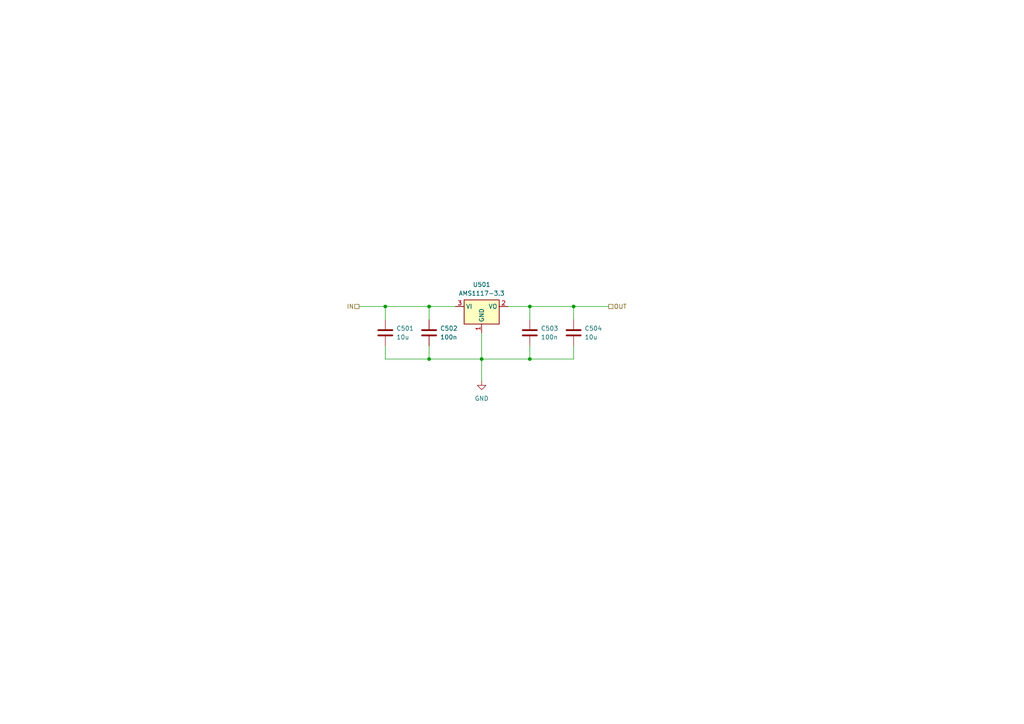
<source format=kicad_sch>
(kicad_sch (version 20231120) (generator "eeschema") (generator_version "8.0")
  (paper "A4")
  (lib_symbols
    (symbol "Device:C" (pin_numbers hide) (pin_names (offset 0.254))
      (property "Reference" "C" (at 0.635 2.54 0))
      (property "Value" "C" (at 0.635 -2.54 0))
      (symbol "C_0_1"
        (polyline (pts (xy -2.032 -0.762) (xy 2.032 -0.762)) (stroke (width 0.508)))
        (polyline (pts (xy -2.032 0.762) (xy 2.032 0.762)) (stroke (width 0.508)))
      )
      (symbol "C_1_1"
        (pin passive line (at 0 3.81 270) (length 2.794) (name "~") (number "1"))
        (pin passive line (at 0 -3.81 90) (length 2.794) (name "~") (number "2"))
      )
    )
    (symbol "Regulator_Linear:AMS1117-3.3"
      (property "Reference" "U" (at -3.81 3.175 0))
      (property "Value" "AMS1117-3.3" (at 0 3.175 0))
      (symbol "AMS1117-3.3_0_1"
        (rectangle (start -5.08 -5.08) (end 5.08 1.905) (stroke (width 0.254)) (fill (type background)))
      )
      (symbol "AMS1117-3.3_1_1"
        (pin power_in line (at 0 -7.62 90) (length 2.54) (name "GND") (number "1"))
        (pin power_out line (at 7.62 0 180) (length 2.54) (name "VO") (number "2"))
        (pin power_in line (at -7.62 0 0) (length 2.54) (name "VI") (number "3"))
      )
    )
    (symbol "power:GND" (power) (pin_numbers hide) (pin_names (offset 0) hide)
      (property "Value" "GND" (at 0 -3.81 0))
      (symbol "GND_0_1"
        (polyline (pts (xy 0 0) (xy 0 -1.27) (xy 1.27 -1.27) (xy 0 -2.54) (xy -1.27 -1.27) (xy 0 -1.27)))
      )
      (symbol "GND_1_1"
        (pin power_in line (at 0 0 270) (length 0) (name "~") (number "1"))
      )
    )
  )
  (junction (at 124.46 104.14))
  (junction (at 166.37 88.9))
  (junction (at 153.67 104.14))
  (junction (at 111.76 88.9))
  (junction (at 153.67 88.9))
  (junction (at 124.46 88.9))
  (junction (at 139.7 104.14))
  (wire (pts (xy 153.67 88.9) (xy 166.37 88.9)))
  (wire (pts (xy 166.37 88.9) (xy 176.53 88.9)))
  (wire (pts (xy 111.76 104.14) (xy 124.46 104.14)))
  (wire (pts (xy 139.7 104.14) (xy 153.67 104.14)))
  (wire (pts (xy 111.76 88.9) (xy 124.46 88.9)))
  (wire (pts (xy 111.76 88.9) (xy 111.76 92.71)))
  (wire (pts (xy 124.46 88.9) (xy 124.46 92.71)))
  (wire (pts (xy 153.67 88.9) (xy 153.67 92.71)))
  (wire (pts (xy 139.7 104.14) (xy 139.7 110.49)))
  (wire (pts (xy 153.67 104.14) (xy 166.37 104.14)))
  (wire (pts (xy 166.37 88.9) (xy 166.37 92.71)))
  (wire (pts (xy 147.32 88.9) (xy 153.67 88.9)))
  (wire (pts (xy 124.46 88.9) (xy 132.08 88.9)))
  (wire (pts (xy 111.76 100.33) (xy 111.76 104.14)))
  (wire (pts (xy 139.7 96.52) (xy 139.7 104.14)))
  (wire (pts (xy 124.46 104.14) (xy 139.7 104.14)))
  (wire (pts (xy 153.67 100.33) (xy 153.67 104.14)))
  (wire (pts (xy 104.14 88.9) (xy 111.76 88.9)))
  (wire (pts (xy 124.46 100.33) (xy 124.46 104.14)))
  (wire (pts (xy 166.37 104.14) (xy 166.37 100.33)))
  (hierarchical_label "IN" (shape passive) (at 104.14 88.9 180))
  (hierarchical_label "OUT" (shape passive) (at 176.53 88.9 0))
  (symbol (lib_id "Device:C") (at 111.76 96.52 0) (unit 1)
    (property "Reference" "C501" (at 114.935 95.25 0) (effects (justify left)))
    (property "Value" "10u" (at 114.935 97.79 0) (effects (justify left)))
    (property "Footprint" "Capacitor_SMD:C_1206_3216Metric_Pad1.33x1.80mm_HandSolder" (effects (hide yes)))
    (property "Description" "Unpolarized capacitor" (effects (hide yes)))
  )
  (symbol (lib_id "Device:C") (at 153.67 96.52 0) (unit 1)
    (property "Reference" "C503" (at 156.845 95.25 0) (effects (justify left)))
    (property "Value" "100n" (at 156.845 97.79 0) (effects (justify left)))
    (property "Footprint" "Capacitor_SMD:C_0805_2012Metric_Pad1.18x1.45mm_HandSolder" (effects (hide yes)))
    (property "Description" "Unpolarized capacitor" (effects (hide yes)))
  )
  (symbol (lib_id "Regulator_Linear:AMS1117-3.3") (at 139.7 88.9 0) (unit 1)
    (property "Reference" "U501" (at 139.7 82.55 0))
    (property "Value" "AMS1117-3.3" (at 139.7 85.09 0))
    (property "Footprint" "Package_TO_SOT_SMD:SOT-223-3_TabPin2" (effects (hide yes)))
    (property "Datasheet" "http://www.advanced-monolithic.com/pdf/ds1117.pdf" (effects (hide yes)))
    (property "Description" "1A Low Dropout regulator, positive, 3.3V fixed output, SOT-223" (effects (hide yes)))
  )
  (symbol (lib_id "Device:C") (at 166.37 96.52 0) (unit 1)
    (property "Reference" "C504" (at 169.545 95.25 0) (effects (justify left)))
    (property "Value" "10u" (at 169.545 97.79 0) (effects (justify left)))
    (property "Footprint" "Capacitor_SMD:C_1206_3216Metric_Pad1.33x1.80mm_HandSolder" (effects (hide yes)))
    (property "Description" "Unpolarized capacitor" (effects (hide yes)))
  )
  (symbol (lib_id "Device:C") (at 124.46 96.52 0) (unit 1)
    (property "Reference" "C502" (at 127.635 95.25 0) (effects (justify left)))
    (property "Value" "100n" (at 127.635 97.79 0) (effects (justify left)))
    (property "Footprint" "Capacitor_SMD:C_0805_2012Metric_Pad1.18x1.45mm_HandSolder" (effects (hide yes)))
    (property "Description" "Unpolarized capacitor" (effects (hide yes)))
  )
  (symbol (lib_id "power:GND") (at 139.7 110.49 0) (unit 1)
    (property "Reference" "#PWR0501" (effects (hide yes)))
    (property "Value" "GND" (at 139.7 115.57 0))
    (property "Description" "Power symbol creates a global label with name \"GND\" , ground" (effects (hide yes)))
  )
)
</source>
